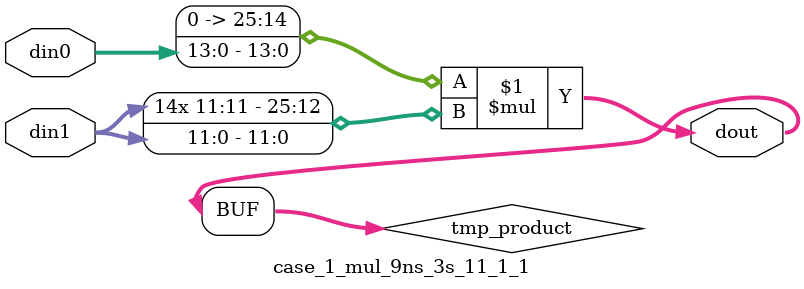
<source format=v>

`timescale 1 ns / 1 ps

 (* use_dsp = "no" *)  module case_1_mul_9ns_3s_11_1_1(din0, din1, dout);
parameter ID = 1;
parameter NUM_STAGE = 0;
parameter din0_WIDTH = 14;
parameter din1_WIDTH = 12;
parameter dout_WIDTH = 26;

input [din0_WIDTH - 1 : 0] din0; 
input [din1_WIDTH - 1 : 0] din1; 
output [dout_WIDTH - 1 : 0] dout;

wire signed [dout_WIDTH - 1 : 0] tmp_product;

























assign tmp_product = $signed({1'b0, din0}) * $signed(din1);










assign dout = tmp_product;





















endmodule

</source>
